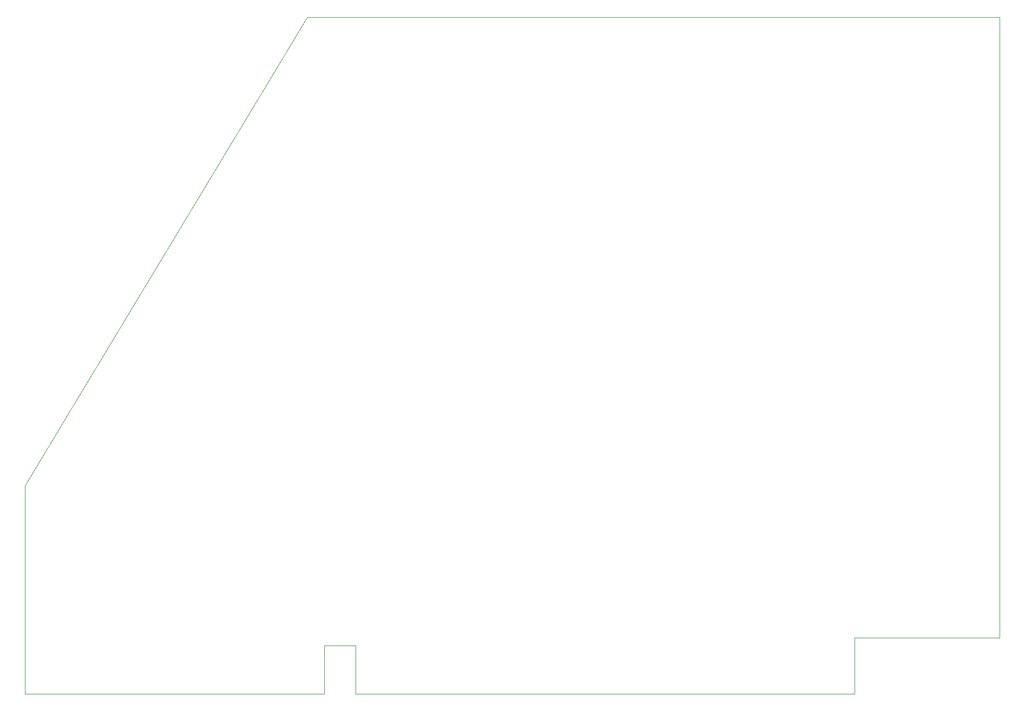
<source format=gbr>
%TF.GenerationSoftware,KiCad,Pcbnew,(6.0.11)*%
%TF.CreationDate,2023-06-06T08:43:51+02:00*%
%TF.ProjectId,DIN41612-ISA,44494e34-3136-4313-922d-4953412e6b69,rev?*%
%TF.SameCoordinates,Original*%
%TF.FileFunction,Profile,NP*%
%FSLAX46Y46*%
G04 Gerber Fmt 4.6, Leading zero omitted, Abs format (unit mm)*
G04 Created by KiCad (PCBNEW (6.0.11)) date 2023-06-06 08:43:51*
%MOMM*%
%LPD*%
G01*
G04 APERTURE LIST*
%TA.AperFunction,Profile*%
%ADD10C,0.100000*%
%TD*%
G04 APERTURE END LIST*
D10*
X236093000Y-142500000D02*
X212471000Y-142500000D01*
X212471000Y-151644000D01*
X131191000Y-151644000D01*
X131191000Y-143770000D01*
X126111000Y-143770000D01*
X126111000Y-151644000D01*
X77343000Y-151644000D01*
X77343000Y-117729000D01*
X123317000Y-41408000D01*
X236093000Y-41408000D01*
X236093000Y-142500000D01*
M02*

</source>
